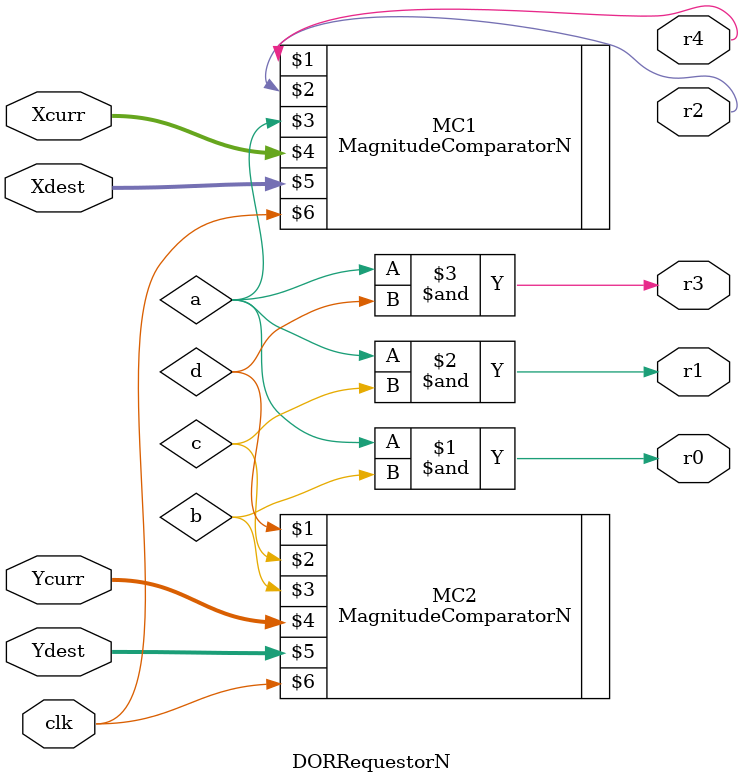
<source format=sv>

module DORRequestorN #(parameter N = 3)
  
  // Outputs and Inputs.
  (output logic r0, r1, r2, r3, r4, 
    input logic [N-1:0] Xcurr, Xdest, Ycurr, Ydest,
    input logic clk);
  
  // Internal Logic
  logic a, b, c, d;
  
  // Instantiate Magnitude Comparators and gates
  MagnitudeComparatorN MC1 (r4, r2, a, Xcurr, Xdest, clk);
  MagnitudeComparatorN MC2 (d, c, b, Ycurr, Ydest, clk); 
  and gate1 (r0, a, b), gate2 (r1, a, c), gate3 (r3, a, d);
  
endmodule
</source>
